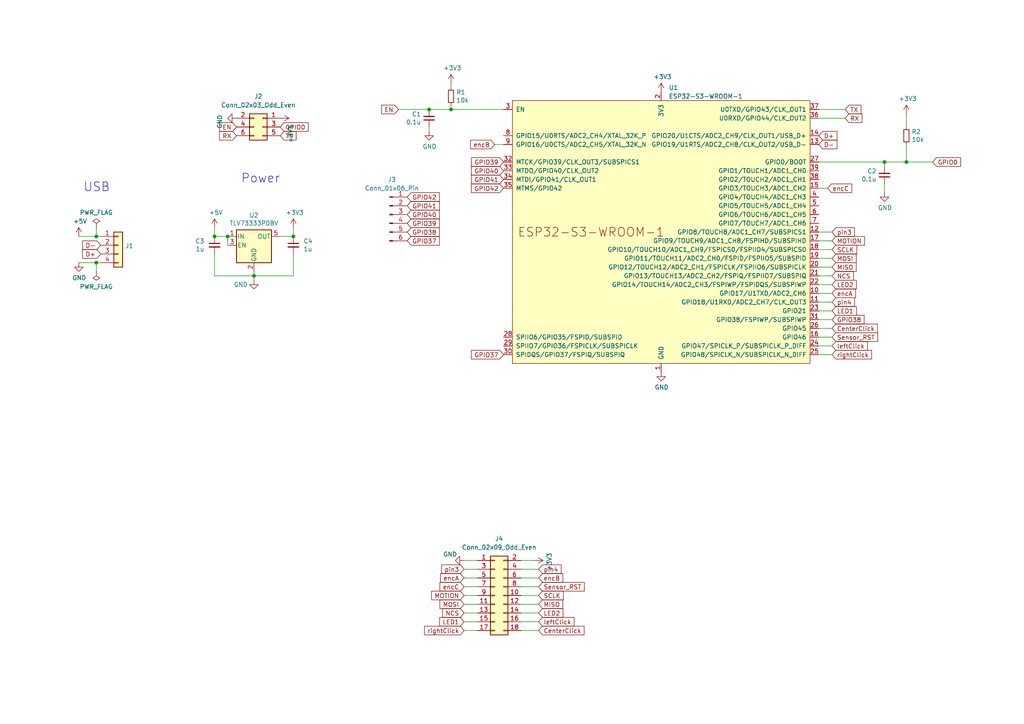
<source format=kicad_sch>
(kicad_sch (version 20231120) (generator "eeschema") (generator_version "8.0")
  (paper "A4")
  (lib_symbols
    (symbol "Connector:Conn_01x06_Pin" (pin_names (offset 1.016) hide)
      (property "Reference" "J" (at 0 7.62 0))
      (property "Value" "Conn_01x06_Pin" (at 0 -10.16 0))
      (symbol "Conn_01x06_Pin_1_1"
        (polyline (pts (xy 1.27 -7.62) (xy 0.8636 -7.62)) (stroke (width 0.1524)))
        (polyline (pts (xy 1.27 -5.08) (xy 0.8636 -5.08)) (stroke (width 0.1524)))
        (polyline (pts (xy 1.27 -2.54) (xy 0.8636 -2.54)) (stroke (width 0.1524)))
        (polyline (pts (xy 1.27 0) (xy 0.8636 0)) (stroke (width 0.1524)))
        (polyline (pts (xy 1.27 2.54) (xy 0.8636 2.54)) (stroke (width 0.1524)))
        (polyline (pts (xy 1.27 5.08) (xy 0.8636 5.08)) (stroke (width 0.1524)))
        (rectangle (start 0.8636 -7.493) (end 0 -7.747) (stroke (width 0.1524)) (fill (type outline)))
        (rectangle (start 0.8636 -4.953) (end 0 -5.207) (stroke (width 0.1524)) (fill (type outline)))
        (rectangle (start 0.8636 -2.413) (end 0 -2.667) (stroke (width 0.1524)) (fill (type outline)))
        (rectangle (start 0.8636 0.127) (end 0 -0.127) (stroke (width 0.1524)) (fill (type outline)))
        (rectangle (start 0.8636 2.667) (end 0 2.413) (stroke (width 0.1524)) (fill (type outline)))
        (rectangle (start 0.8636 5.207) (end 0 4.953) (stroke (width 0.1524)) (fill (type outline)))
        (pin passive line (at 5.08 5.08 180) (length 3.81) (name "Pin_1") (number "1"))
        (pin passive line (at 5.08 2.54 180) (length 3.81) (name "Pin_2") (number "2"))
        (pin passive line (at 5.08 0 180) (length 3.81) (name "Pin_3") (number "3"))
        (pin passive line (at 5.08 -2.54 180) (length 3.81) (name "Pin_4") (number "4"))
        (pin passive line (at 5.08 -5.08 180) (length 3.81) (name "Pin_5") (number "5"))
        (pin passive line (at 5.08 -7.62 180) (length 3.81) (name "Pin_6") (number "6"))
      )
    )
    (symbol "Connector_Generic:Conn_01x04" (pin_names (offset 1.016) hide)
      (property "Reference" "J" (at 0 5.08 0))
      (property "Value" "Conn_01x04" (at 0 -7.62 0))
      (symbol "Conn_01x04_1_1"
        (rectangle (start -1.27 -4.953) (end 0 -5.207) (stroke (width 0.1524)))
        (rectangle (start -1.27 -2.413) (end 0 -2.667) (stroke (width 0.1524)))
        (rectangle (start -1.27 0.127) (end 0 -0.127) (stroke (width 0.1524)))
        (rectangle (start -1.27 2.667) (end 0 2.413) (stroke (width 0.1524)))
        (rectangle (start -1.27 3.81) (end 1.27 -6.35) (stroke (width 0.254)) (fill (type background)))
        (pin passive line (at -5.08 2.54 0) (length 3.81) (name "Pin_1") (number "1"))
        (pin passive line (at -5.08 0 0) (length 3.81) (name "Pin_2") (number "2"))
        (pin passive line (at -5.08 -2.54 0) (length 3.81) (name "Pin_3") (number "3"))
        (pin passive line (at -5.08 -5.08 0) (length 3.81) (name "Pin_4") (number "4"))
      )
    )
    (symbol "Connector_Generic:Conn_02x03_Odd_Even" (pin_names (offset 1.016) hide)
      (property "Reference" "J" (at 1.27 5.08 0))
      (property "Value" "Conn_02x03_Odd_Even" (at 1.27 -5.08 0))
      (symbol "Conn_02x03_Odd_Even_1_1"
        (rectangle (start -1.27 -2.413) (end 0 -2.667) (stroke (width 0.1524)))
        (rectangle (start -1.27 0.127) (end 0 -0.127) (stroke (width 0.1524)))
        (rectangle (start -1.27 2.667) (end 0 2.413) (stroke (width 0.1524)))
        (rectangle (start -1.27 3.81) (end 3.81 -3.81) (stroke (width 0.254)) (fill (type background)))
        (rectangle (start 3.81 -2.413) (end 2.54 -2.667) (stroke (width 0.1524)))
        (rectangle (start 3.81 0.127) (end 2.54 -0.127) (stroke (width 0.1524)))
        (rectangle (start 3.81 2.667) (end 2.54 2.413) (stroke (width 0.1524)))
        (pin passive line (at -5.08 2.54 0) (length 3.81) (name "Pin_1") (number "1"))
        (pin passive line (at 7.62 2.54 180) (length 3.81) (name "Pin_2") (number "2"))
        (pin passive line (at -5.08 0 0) (length 3.81) (name "Pin_3") (number "3"))
        (pin passive line (at 7.62 0 180) (length 3.81) (name "Pin_4") (number "4"))
        (pin passive line (at -5.08 -2.54 0) (length 3.81) (name "Pin_5") (number "5"))
        (pin passive line (at 7.62 -2.54 180) (length 3.81) (name "Pin_6") (number "6"))
      )
    )
    (symbol "Connector_Generic:Conn_02x09_Odd_Even" (pin_names (offset 1.016) hide)
      (property "Reference" "J" (at 1.27 12.7 0))
      (property "Value" "Conn_02x09_Odd_Even" (at 1.27 -12.7 0))
      (symbol "Conn_02x09_Odd_Even_1_1"
        (rectangle (start -1.27 -10.033) (end 0 -10.287) (stroke (width 0.1524)))
        (rectangle (start -1.27 -7.493) (end 0 -7.747) (stroke (width 0.1524)))
        (rectangle (start -1.27 -4.953) (end 0 -5.207) (stroke (width 0.1524)))
        (rectangle (start -1.27 -2.413) (end 0 -2.667) (stroke (width 0.1524)))
        (rectangle (start -1.27 0.127) (end 0 -0.127) (stroke (width 0.1524)))
        (rectangle (start -1.27 2.667) (end 0 2.413) (stroke (width 0.1524)))
        (rectangle (start -1.27 5.207) (end 0 4.953) (stroke (width 0.1524)))
        (rectangle (start -1.27 7.747) (end 0 7.493) (stroke (width 0.1524)))
        (rectangle (start -1.27 10.287) (end 0 10.033) (stroke (width 0.1524)))
        (rectangle (start -1.27 11.43) (end 3.81 -11.43) (stroke (width 0.254)) (fill (type background)))
        (rectangle (start 3.81 -10.033) (end 2.54 -10.287) (stroke (width 0.1524)))
        (rectangle (start 3.81 -7.493) (end 2.54 -7.747) (stroke (width 0.1524)))
        (rectangle (start 3.81 -4.953) (end 2.54 -5.207) (stroke (width 0.1524)))
        (rectangle (start 3.81 -2.413) (end 2.54 -2.667) (stroke (width 0.1524)))
        (rectangle (start 3.81 0.127) (end 2.54 -0.127) (stroke (width 0.1524)))
        (rectangle (start 3.81 2.667) (end 2.54 2.413) (stroke (width 0.1524)))
        (rectangle (start 3.81 5.207) (end 2.54 4.953) (stroke (width 0.1524)))
        (rectangle (start 3.81 7.747) (end 2.54 7.493) (stroke (width 0.1524)))
        (rectangle (start 3.81 10.287) (end 2.54 10.033) (stroke (width 0.1524)))
        (pin passive line (at -5.08 10.16 0) (length 3.81) (name "Pin_1") (number "1"))
        (pin passive line (at 7.62 0 180) (length 3.81) (name "Pin_10") (number "10"))
        (pin passive line (at -5.08 -2.54 0) (length 3.81) (name "Pin_11") (number "11"))
        (pin passive line (at 7.62 -2.54 180) (length 3.81) (name "Pin_12") (number "12"))
        (pin passive line (at -5.08 -5.08 0) (length 3.81) (name "Pin_13") (number "13"))
        (pin passive line (at 7.62 -5.08 180) (length 3.81) (name "Pin_14") (number "14"))
        (pin passive line (at -5.08 -7.62 0) (length 3.81) (name "Pin_15") (number "15"))
        (pin passive line (at 7.62 -7.62 180) (length 3.81) (name "Pin_16") (number "16"))
        (pin passive line (at -5.08 -10.16 0) (length 3.81) (name "Pin_17") (number "17"))
        (pin passive line (at 7.62 -10.16 180) (length 3.81) (name "Pin_18") (number "18"))
        (pin passive line (at 7.62 10.16 180) (length 3.81) (name "Pin_2") (number "2"))
        (pin passive line (at -5.08 7.62 0) (length 3.81) (name "Pin_3") (number "3"))
        (pin passive line (at 7.62 7.62 180) (length 3.81) (name "Pin_4") (number "4"))
        (pin passive line (at -5.08 5.08 0) (length 3.81) (name "Pin_5") (number "5"))
        (pin passive line (at 7.62 5.08 180) (length 3.81) (name "Pin_6") (number "6"))
        (pin passive line (at -5.08 2.54 0) (length 3.81) (name "Pin_7") (number "7"))
        (pin passive line (at 7.62 2.54 180) (length 3.81) (name "Pin_8") (number "8"))
        (pin passive line (at -5.08 0 0) (length 3.81) (name "Pin_9") (number "9"))
      )
    )
    (symbol "Device:C_Small" (pin_numbers hide) (pin_names (offset 0.254) hide)
      (property "Reference" "C" (at 0.254 1.778 0))
      (property "Value" "C_Small" (at 0.254 -2.032 0))
      (symbol "C_Small_0_1"
        (polyline (pts (xy -1.524 -0.508) (xy 1.524 -0.508)) (stroke (width 0.3302)))
        (polyline (pts (xy -1.524 0.508) (xy 1.524 0.508)) (stroke (width 0.3048)))
      )
      (symbol "C_Small_1_1"
        (pin passive line (at 0 2.54 270) (length 2.032) (name "~") (number "1"))
        (pin passive line (at 0 -2.54 90) (length 2.032) (name "~") (number "2"))
      )
    )
    (symbol "Device:R_Small" (pin_numbers hide) (pin_names (offset 0.254) hide)
      (property "Reference" "R" (at 0.762 0.508 0))
      (property "Value" "R_Small" (at 0.762 -1.016 0))
      (symbol "R_Small_0_1"
        (rectangle (start -0.762 1.778) (end 0.762 -1.778) (stroke (width 0.2032)))
      )
      (symbol "R_Small_1_1"
        (pin passive line (at 0 2.54 270) (length 0.762) (name "~") (number "1"))
        (pin passive line (at 0 -2.54 90) (length 0.762) (name "~") (number "2"))
      )
    )
    (symbol "PCM_Espressif:ESP32-S3-WROOM-1" (pin_names (offset 1.016))
      (property "Reference" "U" (at -43.18 43.18 0))
      (property "Value" "ESP32-S3-WROOM-1" (at -43.18 40.64 0))
      (symbol "ESP32-S3-WROOM-1_0_0"
        (text "ESP32-S3-WROOM-1" (at -20.32 0 0) (effects (font (size 2.54 2.54))))
        (pin power_in line (at 0 -40.64 90) (length 2.54) (name "GND") (number "1"))
        (pin bidirectional line (at 45.72 -17.78 180) (length 2.54) (name "GPIO17/U1TXD/ADC2_CH6") (number "10"))
        (pin bidirectional line (at 45.72 -20.32 180) (length 2.54) (name "GPIO18/U1RXD/ADC2_CH7/CLK_OUT3") (number "11"))
        (pin bidirectional line (at 45.72 0 180) (length 2.54) (name "GPIO8/TOUCH8/ADC1_CH7/SUBSPICS1") (number "12"))
        (pin bidirectional line (at 45.72 25.4 180) (length 2.54) (name "GPIO19/U1RTS/ADC2_CH8/CLK_OUT2/USB_D-") (number "13"))
        (pin bidirectional line (at 45.72 27.94 180) (length 2.54) (name "GPIO20/U1CTS/ADC2_CH9/CLK_OUT1/USB_D+") (number "14"))
        (pin bidirectional line (at 45.72 12.7 180) (length 2.54) (name "GPIO3/TOUCH3/ADC1_CH2") (number "15"))
        (pin bidirectional line (at 45.72 -30.48 180) (length 2.54) (name "GPIO46") (number "16"))
        (pin bidirectional line (at 45.72 -2.54 180) (length 2.54) (name "GPIO9/TOUCH9/ADC1_CH8/FSPIHD/SUBSPIHD") (number "17"))
        (pin bidirectional line (at 45.72 -5.08 180) (length 2.54) (name "GPIO10/TOUCH10/ADC1_CH9/FSPICS0/FSPIIO4/SUBSPICS0") (number "18"))
        (pin bidirectional line (at 45.72 -7.62 180) (length 2.54) (name "GPIO11/TOUCH11/ADC2_CH0/FSPID/FSPIIO5/SUBSPID") (number "19"))
        (pin power_in line (at 0 40.64 270) (length 2.54) (name "3V3") (number "2"))
        (pin bidirectional line (at 45.72 -10.16 180) (length 2.54) (name "GPIO12/TOUCH12/ADC2_CH1/FSPICLK/FSPIIO6/SUBSPICLK") (number "20"))
        (pin bidirectional line (at 45.72 -12.7 180) (length 2.54) (name "GPIO13/TOUCH13/ADC2_CH2/FSPIQ/FSPIIO7/SUBSPIQ") (number "21"))
        (pin bidirectional line (at 45.72 -15.24 180) (length 2.54) (name "GPIO14/TOUCH14/ADC2_CH3/FSPIWP/FSPIDQS/SUBSPIWP") (number "22"))
        (pin bidirectional line (at 45.72 -22.86 180) (length 2.54) (name "GPIO21") (number "23"))
        (pin bidirectional line (at 45.72 -33.02 180) (length 2.54) (name "GPIO47/SPICLK_P/SUBSPICLK_P_DIFF") (number "24"))
        (pin bidirectional line (at 45.72 -35.56 180) (length 2.54) (name "GPIO48/SPICLK_N/SUBSPICLK_N_DIFF") (number "25"))
        (pin bidirectional line (at 45.72 -27.94 180) (length 2.54) (name "GPIO45") (number "26"))
        (pin bidirectional line (at 45.72 20.32 180) (length 2.54) (name "GPIO0/BOOT") (number "27"))
        (pin bidirectional line (at -45.72 -30.48 0) (length 2.54) (name "SPIIO6/GPIO35/FSPID/SUBSPID") (number "28"))
        (pin bidirectional line (at -45.72 -33.02 0) (length 2.54) (name "SPIIO7/GPIO36/FSPICLK/SUBSPICLK") (number "29"))
        (pin input line (at -45.72 35.56 0) (length 2.54) (name "EN") (number "3"))
        (pin bidirectional line (at -45.72 -35.56 0) (length 2.54) (name "SPIDQS/GPIO37/FSPIQ/SUBSPIQ") (number "30"))
        (pin bidirectional line (at 45.72 -25.4 180) (length 2.54) (name "GPIO38/FSPIWP/SUBSPIWP") (number "31"))
        (pin bidirectional line (at -45.72 20.32 0) (length 2.54) (name "MTCK/GPIO39/CLK_OUT3/SUBSPICS1") (number "32"))
        (pin bidirectional line (at -45.72 17.78 0) (length 2.54) (name "MTDO/GPIO40/CLK_OUT2") (number "33"))
        (pin bidirectional line (at -45.72 15.24 0) (length 2.54) (name "MTDI/GPIO41/CLK_OUT1") (number "34"))
        (pin bidirectional line (at -45.72 12.7 0) (length 2.54) (name "MTMS/GPIO42") (number "35"))
        (pin bidirectional line (at 45.72 33.02 180) (length 2.54) (name "U0RXD/GPIO44/CLK_OUT2") (number "36"))
        (pin bidirectional line (at 45.72 35.56 180) (length 2.54) (name "U0TXD/GPIO43/CLK_OUT1") (number "37"))
        (pin bidirectional line (at 45.72 15.24 180) (length 2.54) (name "GPIO2/TOUCH2/ADC1_CH1") (number "38"))
        (pin bidirectional line (at 45.72 17.78 180) (length 2.54) (name "GPIO1/TOUCH1/ADC1_CH0") (number "39"))
        (pin bidirectional line (at 45.72 10.16 180) (length 2.54) (name "GPIO4/TOUCH4/ADC1_CH3") (number "4"))
        (pin passive line (at 0 -40.64 90) (length 2.54) hide (name "GND") (number "40"))
        (pin passive line (at 0 -40.64 90) (length 2.54) hide (name "GND") (number "41"))
        (pin bidirectional line (at 45.72 7.62 180) (length 2.54) (name "GPIO5/TOUCH5/ADC1_CH4") (number "5"))
        (pin bidirectional line (at 45.72 5.08 180) (length 2.54) (name "GPIO6/TOUCH6/ADC1_CH5") (number "6"))
        (pin bidirectional line (at 45.72 2.54 180) (length 2.54) (name "GPIO7/TOUCH7/ADC1_CH6") (number "7"))
        (pin bidirectional line (at -45.72 27.94 0) (length 2.54) (name "GPIO15/U0RTS/ADC2_CH4/XTAL_32K_P") (number "8"))
        (pin bidirectional line (at -45.72 25.4 0) (length 2.54) (name "GPIO16/U0CTS/ADC2_CH5/XTAL_32K_N") (number "9"))
      )
      (symbol "ESP32-S3-WROOM-1_0_1"
        (rectangle (start -43.18 38.1) (end 43.18 -38.1) (fill (type background)))
      )
    )
    (symbol "Regulator_Linear:TLV73333PDBV" (pin_names (offset 0.254))
      (property "Reference" "U" (at -3.81 5.715 0))
      (property "Value" "TLV73333PDBV" (at 0 5.715 0))
      (symbol "TLV73333PDBV_0_1"
        (rectangle (start -5.08 4.445) (end 5.08 -5.08) (stroke (width 0.254)) (fill (type background)))
      )
      (symbol "TLV73333PDBV_1_1"
        (pin power_in line (at -7.62 2.54 0) (length 2.54) (name "IN") (number "1"))
        (pin power_in line (at 0 -7.62 90) (length 2.54) (name "GND") (number "2"))
        (pin input line (at -7.62 0 0) (length 2.54) (name "EN") (number "3"))
        (pin no_connect line (at 5.08 0 180) (length 2.54) hide (name "NC") (number "4"))
        (pin power_out line (at 7.62 2.54 180) (length 2.54) (name "OUT") (number "5"))
      )
    )
    (symbol "Trackball-rescue:+3V3-power" (power) (pin_names (offset 0))
      (property "Value" "power_+3V3" (at 0 3.556 0))
      (symbol "+3V3-power_0_1"
        (polyline (pts (xy -0.762 1.27) (xy 0 2.54)))
        (polyline (pts (xy 0 0) (xy 0 2.54)))
        (polyline (pts (xy 0 2.54) (xy 0.762 1.27)))
      )
      (symbol "+3V3-power_1_1"
        (pin power_in line (at 0 0 90) (length 0) hide (name "+3V3") (number "1"))
      )
    )
    (symbol "Trackball-rescue:+5V-power" (power) (pin_names (offset 0))
      (property "Value" "power_+5V" (at 0 3.556 0))
      (symbol "+5V-power_0_1"
        (polyline (pts (xy -0.762 1.27) (xy 0 2.54)))
        (polyline (pts (xy 0 0) (xy 0 2.54)))
        (polyline (pts (xy 0 2.54) (xy 0.762 1.27)))
      )
      (symbol "+5V-power_1_1"
        (pin power_in line (at 0 0 90) (length 0) hide (name "+5V") (number "1"))
      )
    )
    (symbol "Trackball-rescue:GND-power" (power) (pin_names (offset 0))
      (property "Value" "power_GND" (at 0 -3.81 0))
      (symbol "GND-power_0_1"
        (polyline (pts (xy 0 0) (xy 0 -1.27) (xy 1.27 -1.27) (xy 0 -2.54) (xy -1.27 -1.27) (xy 0 -1.27)))
      )
      (symbol "GND-power_1_1"
        (pin power_in line (at 0 0 270) (length 0) hide (name "GND") (number "1"))
      )
    )
    (symbol "Trackball-rescue:PWR_FLAG-power" (power) (pin_numbers hide) (pin_names (offset 0) hide)
      (property "Value" "power_PWR_FLAG" (at 0 3.81 0))
      (symbol "PWR_FLAG-power_0_0"
        (pin power_out line (at 0 0 90) (length 0) (name "pwr") (number "1"))
      )
      (symbol "PWR_FLAG-power_0_1"
        (polyline (pts (xy 0 0) (xy 0 1.27) (xy -1.016 1.905) (xy 0 2.54) (xy 1.016 1.905) (xy 0 1.27)))
      )
    )
  )
  (junction (at 73.66 80.01))
  (junction (at 27.94 68.58))
  (junction (at 27.94 76.2))
  (junction (at 262.89 46.99))
  (junction (at 124.46 31.75))
  (junction (at 66.04 68.58))
  (junction (at 62.23 68.58))
  (junction (at 130.81 31.75))
  (junction (at 85.09 68.58))
  (junction (at 256.54 46.99))
  (wire (pts (xy 130.81 31.75) (xy 130.81 30.48)))
  (wire (pts (xy 85.09 80.01) (xy 73.66 80.01)))
  (wire (pts (xy 130.81 31.75) (xy 146.05 31.75)))
  (wire (pts (xy 256.54 55.88) (xy 256.54 53.34)))
  (wire (pts (xy 156.21 180.34) (xy 151.13 180.34)))
  (wire (pts (xy 245.11 31.75) (xy 237.49 31.75)))
  (wire (pts (xy 241.3 85.09) (xy 237.49 85.09)))
  (wire (pts (xy 85.09 66.04) (xy 85.09 68.58)))
  (wire (pts (xy 134.62 172.72) (xy 138.43 172.72)))
  (wire (pts (xy 27.94 68.58) (xy 29.21 68.58)))
  (wire (pts (xy 256.54 46.99) (xy 262.89 46.99)))
  (wire (pts (xy 134.62 162.56) (xy 138.43 162.56)))
  (wire (pts (xy 241.3 102.87) (xy 237.49 102.87)))
  (wire (pts (xy 241.3 69.85) (xy 237.49 69.85)))
  (wire (pts (xy 27.94 78.74) (xy 27.94 76.2)))
  (wire (pts (xy 124.46 31.75) (xy 130.81 31.75)))
  (wire (pts (xy 62.23 66.04) (xy 62.23 68.58)))
  (wire (pts (xy 241.3 72.39) (xy 237.49 72.39)))
  (wire (pts (xy 134.62 182.88) (xy 138.43 182.88)))
  (wire (pts (xy 241.3 95.25) (xy 237.49 95.25)))
  (wire (pts (xy 134.62 175.26) (xy 138.43 175.26)))
  (wire (pts (xy 241.3 87.63) (xy 237.49 87.63)))
  (wire (pts (xy 241.3 97.79) (xy 237.49 97.79)))
  (wire (pts (xy 241.3 80.01) (xy 237.49 80.01)))
  (wire (pts (xy 237.49 46.99) (xy 256.54 46.99)))
  (wire (pts (xy 241.3 90.17) (xy 237.49 90.17)))
  (wire (pts (xy 156.21 165.1) (xy 151.13 165.1)))
  (wire (pts (xy 240.03 54.61) (xy 237.49 54.61)))
  (wire (pts (xy 73.66 78.74) (xy 73.66 80.01)))
  (wire (pts (xy 270.51 46.99) (xy 262.89 46.99)))
  (wire (pts (xy 156.21 167.64) (xy 151.13 167.64)))
  (wire (pts (xy 27.94 76.2) (xy 29.21 76.2)))
  (wire (pts (xy 62.23 68.58) (xy 66.04 68.58)))
  (wire (pts (xy 130.81 24.13) (xy 130.81 25.4)))
  (wire (pts (xy 66.04 71.12) (xy 66.04 68.58)))
  (wire (pts (xy 262.89 46.99) (xy 262.89 41.91)))
  (wire (pts (xy 241.3 92.71) (xy 237.49 92.71)))
  (wire (pts (xy 62.23 73.66) (xy 62.23 80.01)))
  (wire (pts (xy 262.89 33.02) (xy 262.89 36.83)))
  (wire (pts (xy 134.62 177.8) (xy 138.43 177.8)))
  (wire (pts (xy 241.3 77.47) (xy 237.49 77.47)))
  (wire (pts (xy 134.62 165.1) (xy 138.43 165.1)))
  (wire (pts (xy 124.46 38.1) (xy 124.46 36.83)))
  (wire (pts (xy 81.28 68.58) (xy 85.09 68.58)))
  (wire (pts (xy 22.86 76.2) (xy 27.94 76.2)))
  (wire (pts (xy 241.3 100.33) (xy 237.49 100.33)))
  (wire (pts (xy 237.49 34.29) (xy 245.11 34.29)))
  (wire (pts (xy 22.86 68.58) (xy 27.94 68.58)))
  (wire (pts (xy 27.94 66.04) (xy 27.94 68.58)))
  (wire (pts (xy 143.51 41.91) (xy 146.05 41.91)))
  (wire (pts (xy 85.09 73.66) (xy 85.09 80.01)))
  (wire (pts (xy 73.66 80.01) (xy 73.66 81.28)))
  (wire (pts (xy 241.3 67.31) (xy 237.49 67.31)))
  (wire (pts (xy 115.57 31.75) (xy 124.46 31.75)))
  (wire (pts (xy 156.21 170.18) (xy 151.13 170.18)))
  (wire (pts (xy 62.23 80.01) (xy 73.66 80.01)))
  (wire (pts (xy 241.3 82.55) (xy 237.49 82.55)))
  (wire (pts (xy 156.21 182.88) (xy 151.13 182.88)))
  (wire (pts (xy 134.62 180.34) (xy 138.43 180.34)))
  (wire (pts (xy 134.62 167.64) (xy 138.43 167.64)))
  (wire (pts (xy 241.3 74.93) (xy 237.49 74.93)))
  (wire (pts (xy 256.54 48.26) (xy 256.54 46.99)))
  (wire (pts (xy 154.94 162.56) (xy 151.13 162.56)))
  (wire (pts (xy 156.21 177.8) (xy 151.13 177.8)))
  (wire (pts (xy 156.21 172.72) (xy 151.13 172.72)))
  (wire (pts (xy 134.62 170.18) (xy 138.43 170.18)))
  (wire (pts (xy 156.21 175.26) (xy 151.13 175.26)))
  (text "Power" (at 69.85 53.34 0) (effects (font (size 2.54 2.54)) (justify left bottom)))
  (text "USB" (at 24.13 55.88 0) (effects (font (size 2.54 2.54)) (justify left bottom)))
  (global_label "GPIO42" (shape input) (at 118.11 57.15 0) (property "Intersheetrefs" "${INTERSHEET_REFS}" (effects (hide yes))))
  (global_label "SCLK" (shape input) (at 156.21 172.72 0) (property "Intersheetrefs" "${INTERSHEET_REFS}" (effects (hide yes))))
  (global_label "D-" (shape input) (at 237.49 41.91 0) (property "Intersheetrefs" "${INTERSHEET_REFS}" (effects (hide yes))))
  (global_label "MISO" (shape input) (at 156.21 175.26 0) (property "Intersheetrefs" "${INTERSHEET_REFS}" (effects (hide yes))))
  (global_label "GPIO0" (shape input) (at 81.28 36.83 0) (property "Intersheetrefs" "${INTERSHEET_REFS}" (effects (hide yes))))
  (global_label "encC" (shape input) (at 134.62 170.18 180) (property "Intersheetrefs" "${INTERSHEET_REFS}" (effects (hide yes))))
  (global_label "D-" (shape input) (at 29.21 71.12 180) (property "Intersheetrefs" "${INTERSHEET_REFS}" (effects (hide yes))))
  (global_label "RX" (shape input) (at 245.11 34.29 0) (property "Intersheetrefs" "${INTERSHEET_REFS}" (effects (hide yes))))
  (global_label "LED2" (shape input) (at 156.21 177.8 0) (property "Intersheetrefs" "${INTERSHEET_REFS}" (effects (hide yes))))
  (global_label "GPIO38" (shape input) (at 241.3 92.71 0) (property "Intersheetrefs" "${INTERSHEET_REFS}" (effects (hide yes))))
  (global_label "D+" (shape input) (at 237.49 39.37 0) (property "Intersheetrefs" "${INTERSHEET_REFS}" (effects (hide yes))))
  (global_label "D+" (shape input) (at 29.21 73.66 180) (property "Intersheetrefs" "${INTERSHEET_REFS}" (effects (hide yes))))
  (global_label "MISO" (shape input) (at 241.3 77.47 0) (property "Intersheetrefs" "${INTERSHEET_REFS}" (effects (hide yes))))
  (global_label "LED2" (shape input) (at 241.3 82.55 0) (property "Intersheetrefs" "${INTERSHEET_REFS}" (effects (hide yes))))
  (global_label "MOSI" (shape input) (at 241.3 74.93 0) (property "Intersheetrefs" "${INTERSHEET_REFS}" (effects (hide yes))))
  (global_label "MOTION" (shape input) (at 134.62 172.72 180) (property "Intersheetrefs" "${INTERSHEET_REFS}" (effects (hide yes))))
  (global_label "LED1" (shape input) (at 241.3 90.17 0) (property "Intersheetrefs" "${INTERSHEET_REFS}" (effects (hide yes))))
  (global_label "GPIO41" (shape input) (at 146.05 52.07 180) (property "Intersheetrefs" "${INTERSHEET_REFS}" (effects (hide yes))))
  (global_label "GPIO39" (shape input) (at 146.05 46.99 180) (property "Intersheetrefs" "${INTERSHEET_REFS}" (effects (hide yes))))
  (global_label "GPIO40" (shape input) (at 118.11 62.23 0) (property "Intersheetrefs" "${INTERSHEET_REFS}" (effects (hide yes))))
  (global_label "NCS" (shape input) (at 241.3 80.01 0) (property "Intersheetrefs" "${INTERSHEET_REFS}" (effects (hide yes))))
  (global_label "MOSI" (shape input) (at 134.62 175.26 180) (property "Intersheetrefs" "${INTERSHEET_REFS}" (effects (hide yes))))
  (global_label "leftClick" (shape input) (at 241.3 100.33 0) (property "Intersheetrefs" "${INTERSHEET_REFS}" (effects (hide yes))))
  (global_label "RX" (shape input) (at 68.58 39.37 180) (property "Intersheetrefs" "${INTERSHEET_REFS}" (effects (hide yes))))
  (global_label "CenterClick" (shape input) (at 156.21 182.88 0) (property "Intersheetrefs" "${INTERSHEET_REFS}" (effects (hide yes))))
  (global_label "encA" (shape input) (at 241.3 85.09 0) (property "Intersheetrefs" "${INTERSHEET_REFS}" (effects (hide yes))))
  (global_label "SCLK" (shape input) (at 241.3 72.39 0) (property "Intersheetrefs" "${INTERSHEET_REFS}" (effects (hide yes))))
  (global_label "encA" (shape input) (at 134.62 167.64 180) (property "Intersheetrefs" "${INTERSHEET_REFS}" (effects (hide yes))))
  (global_label "rightClick" (shape input) (at 241.3 102.87 0) (property "Intersheetrefs" "${INTERSHEET_REFS}" (effects (hide yes))))
  (global_label "pin4" (shape input) (at 241.3 87.63 0) (property "Intersheetrefs" "${INTERSHEET_REFS}" (effects (hide yes))))
  (global_label "leftClick" (shape input) (at 156.21 180.34 0) (property "Intersheetrefs" "${INTERSHEET_REFS}" (effects (hide yes))))
  (global_label "EN" (shape input) (at 115.57 31.75 180) (property "Intersheetrefs" "${INTERSHEET_REFS}" (effects (hide yes))))
  (global_label "encB" (shape input) (at 156.21 167.64 0) (property "Intersheetrefs" "${INTERSHEET_REFS}" (effects (hide yes))))
  (global_label "EN" (shape input) (at 68.58 36.83 180) (property "Intersheetrefs" "${INTERSHEET_REFS}" (effects (hide yes))))
  (global_label "TX" (shape input) (at 81.28 39.37 0) (property "Intersheetrefs" "${INTERSHEET_REFS}" (effects (hide yes))))
  (global_label "encC" (shape input) (at 240.03 54.61 0) (property "Intersheetrefs" "${INTERSHEET_REFS}" (effects (hide yes))))
  (global_label "encB" (shape input) (at 143.51 41.91 180) (property "Intersheetrefs" "${INTERSHEET_REFS}" (effects (hide yes))))
  (global_label "Sensor_RST" (shape input) (at 156.21 170.18 0) (property "Intersheetrefs" "${INTERSHEET_REFS}" (effects (hide yes))))
  (global_label "GPIO38" (shape input) (at 118.11 67.31 0) (property "Intersheetrefs" "${INTERSHEET_REFS}" (effects (hide yes))))
  (global_label "MOTION" (shape input) (at 241.3 69.85 0) (property "Intersheetrefs" "${INTERSHEET_REFS}" (effects (hide yes))))
  (global_label "GPIO41" (shape input) (at 118.11 59.69 0) (property "Intersheetrefs" "${INTERSHEET_REFS}" (effects (hide yes))))
  (global_label "pin3" (shape input) (at 134.62 165.1 180) (property "Intersheetrefs" "${INTERSHEET_REFS}" (effects (hide yes))))
  (global_label "GPIO37" (shape input) (at 146.05 102.87 180) (property "Intersheetrefs" "${INTERSHEET_REFS}" (effects (hide yes))))
  (global_label "LED1" (shape input) (at 134.62 180.34 180) (property "Intersheetrefs" "${INTERSHEET_REFS}" (effects (hide yes))))
  (global_label "pin4" (shape input) (at 156.21 165.1 0) (property "Intersheetrefs" "${INTERSHEET_REFS}" (effects (hide yes))))
  (global_label "TX" (shape input) (at 245.11 31.75 0) (property "Intersheetrefs" "${INTERSHEET_REFS}" (effects (hide yes))))
  (global_label "GPIO39" (shape input) (at 118.11 64.77 0) (property "Intersheetrefs" "${INTERSHEET_REFS}" (effects (hide yes))))
  (global_label "NCS" (shape input) (at 134.62 177.8 180) (property "Intersheetrefs" "${INTERSHEET_REFS}" (effects (hide yes))))
  (global_label "GPIO42" (shape input) (at 146.05 54.61 180) (property "Intersheetrefs" "${INTERSHEET_REFS}" (effects (hide yes))))
  (global_label "CenterClick" (shape input) (at 241.3 95.25 0) (property "Intersheetrefs" "${INTERSHEET_REFS}" (effects (hide yes))))
  (global_label "GPIO40" (shape input) (at 146.05 49.53 180) (property "Intersheetrefs" "${INTERSHEET_REFS}" (effects (hide yes))))
  (global_label "Sensor_RST" (shape input) (at 241.3 97.79 0) (property "Intersheetrefs" "${INTERSHEET_REFS}" (effects (hide yes))))
  (global_label "GPIO37" (shape input) (at 118.11 69.85 0) (property "Intersheetrefs" "${INTERSHEET_REFS}" (effects (hide yes))))
  (global_label "GPIO0" (shape input) (at 270.51 46.99 0) (property "Intersheetrefs" "${INTERSHEET_REFS}" (effects (hide yes))))
  (global_label "rightClick" (shape input) (at 134.62 182.88 180) (property "Intersheetrefs" "${INTERSHEET_REFS}" (effects (hide yes))))
  (global_label "pin3" (shape input) (at 241.3 67.31 0) (property "Intersheetrefs" "${INTERSHEET_REFS}" (effects (hide yes))))
  (symbol (lib_id "Trackball-rescue:+3V3-power") (at 154.94 162.56 270) (unit 1)
    (property "Reference" "#PWR021" (effects (hide yes)))
    (property "Value" "+3V3" (at 159.3342 162.941 0))
  )
  (symbol (lib_id "Trackball-rescue:+3V3-power") (at 262.89 33.02 0) (unit 1)
    (property "Reference" "#PWR08" (effects (hide yes)))
    (property "Value" "+3V3" (at 263.271 28.6258 0))
  )
  (symbol (lib_id "Connector:Conn_01x06_Pin") (at 113.03 62.23 0) (unit 1)
    (property "Reference" "J3" (at 113.665 52.07 0))
    (property "Value" "Conn_01x06_Pin" (at 113.665 54.61 0))
    (property "Footprint" "Connector_PinHeader_2.00mm:PinHeader_1x06_P2.00mm_Vertical" (effects (hide yes)))
    (property "Description" "Generic connector, single row, 01x06, script generated" (effects (hide yes)))
  )
  (symbol (lib_id "Trackball-rescue:GND-power") (at 22.86 76.2 0) (unit 1)
    (property "Reference" "#PWR010" (effects (hide yes)))
    (property "Value" "GND" (at 22.987 80.5942 0))
  )
  (symbol (lib_id "Connector_Generic:Conn_01x04") (at 34.29 71.12 0) (unit 1)
    (property "Reference" "J1" (at 36.322 71.3232 0) (effects (justify left)))
    (property "Value" "Conn_01x04" (effects (hide yes)))
    (property "Footprint" "Connector_PinHeader_2.54mm:PinHeader_1x04_P2.54mm_Vertical" (effects (hide yes)))
  )
  (symbol (lib_id "Trackball-rescue:GND-power") (at 73.66 81.28 0) (unit 1)
    (property "Reference" "#PWR012" (effects (hide yes)))
    (property "Value" "GND" (at 69.85 82.55 0))
  )
  (symbol (lib_id "Trackball-rescue:+3V3-power") (at 81.28 34.29 270) (unit 1)
    (property "Reference" "#PWR018" (effects (hide yes)))
    (property "Value" "+3V3" (at 84.328 38.862 0))
  )
  (symbol (lib_id "Device:C_Small") (at 85.09 71.12 0) (unit 1)
    (property "Reference" "C4" (at 88.011 69.9516 0) (effects (justify left)))
    (property "Value" "1u" (at 88.011 72.263 0) (effects (justify left)))
    (property "Footprint" "Capacitor_SMD:C_0805_2012Metric" (effects (hide yes)))
    (property "LCSC" "C52923" (effects (hide yes)))
  )
  (symbol (lib_id "Device:C_Small") (at 124.46 34.29 0) (mirror x) (unit 1)
    (property "Reference" "C1" (at 122.1486 33.1216 0) (effects (justify right)))
    (property "Value" "0.1u" (at 122.1486 35.433 0) (effects (justify right)))
    (property "Footprint" "Capacitor_SMD:C_0805_2012Metric" (effects (hide yes)))
    (property "LCSC" "C14663" (effects (hide yes)))
  )
  (symbol (lib_id "Trackball-rescue:PWR_FLAG-power") (at 27.94 66.04 0) (unit 1)
    (property "Reference" "#FLG01" (effects (hide yes)))
    (property "Value" "PWR_FLAG" (at 27.94 61.6458 0))
  )
  (symbol (lib_id "Trackball-rescue:GND-power") (at 191.77 107.95 0) (unit 1)
    (property "Reference" "#PWR05" (effects (hide yes)))
    (property "Value" "GND" (at 191.897 112.3442 0))
  )
  (symbol (lib_id "Trackball-rescue:+5V-power") (at 22.86 68.58 0) (unit 1)
    (property "Reference" "#PWR09" (effects (hide yes)))
    (property "Value" "+5V" (at 23.241 64.1858 0))
  )
  (symbol (lib_id "Trackball-rescue:+3V3-power") (at 191.77 26.67 0) (unit 1)
    (property "Reference" "#PWR04" (effects (hide yes)))
    (property "Value" "+3V3" (at 192.151 22.2758 0))
  )
  (symbol (lib_id "Device:R_Small") (at 262.89 39.37 0) (unit 1)
    (property "Reference" "R2" (at 264.3886 38.2016 0) (effects (justify left)))
    (property "Value" "10k" (at 264.3886 40.513 0) (effects (justify left)))
    (property "Footprint" "Resistor_SMD:R_0805_2012Metric" (effects (hide yes)))
    (property "LCSC" "C25744" (effects (hide yes)))
  )
  (symbol (lib_id "Trackball-rescue:GND-power") (at 134.62 162.56 270) (unit 1)
    (property "Reference" "#PWR016" (effects (hide yes)))
    (property "Value" "GND" (at 132.588 160.782 90) (effects (justify right)))
  )
  (symbol (lib_id "Trackball-rescue:PWR_FLAG-power") (at 27.94 78.74 180) (unit 1)
    (property "Reference" "#FLG02" (effects (hide yes)))
    (property "Value" "PWR_FLAG" (at 27.94 83.1342 0))
  )
  (symbol (lib_id "Device:C_Small") (at 256.54 50.8 0) (mirror x) (unit 1)
    (property "Reference" "C2" (at 254.2286 49.6316 0) (effects (justify right)))
    (property "Value" "0.1u" (at 254.2286 51.943 0) (effects (justify right)))
    (property "Footprint" "Capacitor_SMD:C_0805_2012Metric" (effects (hide yes)))
    (property "LCSC" "C14663" (effects (hide yes)))
  )
  (symbol (lib_id "Connector_Generic:Conn_02x03_Odd_Even") (at 76.2 36.83 0) (mirror y) (unit 1)
    (property "Reference" "J2" (at 74.93 27.94 0))
    (property "Value" "Conn_02x03_Odd_Even" (at 74.93 30.48 0))
    (property "Footprint" "Connector_Harwin:Harwin_Gecko-G125-FVX0605L0X_2x03_P1.25mm_Vertical" (effects (hide yes)))
    (property "Description" "Generic connector, double row, 02x03, odd/even pin numbering scheme (row 1 odd numbers, row 2 even numbers), script generated (kicad-library-utils/schlib/autogen/connector/)" (effects (hide yes)))
  )
  (symbol (lib_id "Connector_Generic:Conn_02x09_Odd_Even") (at 143.51 172.72 0) (unit 1)
    (property "Reference" "J4" (at 144.78 156.21 0))
    (property "Value" "Conn_02x09_Odd_Even" (at 144.78 158.75 0))
    (property "Footprint" "Connector_PinHeader_2.54mm:PinHeader_2x09_P2.54mm_Vertical" (effects (hide yes)))
    (property "Description" "Generic connector, double row, 02x09, odd/even pin numbering scheme (row 1 odd numbers, row 2 even numbers), script generated (kicad-library-utils/schlib/autogen/connector/)" (effects (hide yes)))
  )
  (symbol (lib_id "Trackball-rescue:+3V3-power") (at 130.81 24.13 0) (unit 1)
    (property "Reference" "#PWR03" (effects (hide yes)))
    (property "Value" "+3V3" (at 131.191 19.7358 0))
  )
  (symbol (lib_id "Device:R_Small") (at 130.81 27.94 0) (unit 1)
    (property "Reference" "R1" (at 132.3086 26.7716 0) (effects (justify left)))
    (property "Value" "10k" (at 132.3086 29.083 0) (effects (justify left)))
    (property "Footprint" "Resistor_SMD:R_0805_2012Metric" (effects (hide yes)))
    (property "LCSC" "C25744" (effects (hide yes)))
  )
  (symbol (lib_id "Trackball-rescue:GND-power") (at 256.54 55.88 0) (unit 1)
    (property "Reference" "#PWR07" (effects (hide yes)))
    (property "Value" "GND" (at 256.667 60.2742 0))
  )
  (symbol (lib_id "PCM_Espressif:ESP32-S3-WROOM-1") (at 191.77 67.31 0) (unit 1)
    (property "Reference" "U1" (at 193.9641 25.4 0) (effects (justify left)))
    (property "Value" "ESP32-S3-WROOM-1" (at 193.9641 27.94 0) (effects (justify left)))
    (property "Footprint" "PCM_Espressif:ESP32-S3-WROOM-1" (effects (hide yes)))
    (property "Datasheet" "https://www.espressif.com/sites/default/files/documentation/esp32-s3-wroom-1_wroom-1u_datasheet_en.pdf" (effects (hide yes)))
    (property "Description" "2.4 GHz WiFi (802.11 b/g/n) and Bluetooth ® 5 (LE) module Built around ESP32S3 series of SoCs, Xtensa ® dualcore 32bit LX7 microprocessor Flash up to 16 MB, PSRAM up to 8 MB 36 GPIOs, rich set of peripherals Onboard PCB antenna" (effects (hide yes)))
  )
  (symbol (lib_id "Trackball-rescue:GND-power") (at 68.58 34.29 270) (unit 1)
    (property "Reference" "#PWR017" (effects (hide yes)))
    (property "Value" "GND" (at 63.754 35.306 0))
  )
  (symbol (lib_id "Trackball-rescue:+5V-power") (at 62.23 66.04 0) (unit 1)
    (property "Reference" "#PWR011" (effects (hide yes)))
    (property "Value" "+5V" (at 62.611 61.6458 0))
  )
  (symbol (lib_id "Regulator_Linear:TLV73333PDBV") (at 73.66 71.12 0) (unit 1)
    (property "Reference" "U2" (at 73.66 62.4332 0))
    (property "Value" "TLV73333PDBV" (at 73.66 64.7446 0))
    (property "Footprint" "Package_TO_SOT_SMD:SOT-23-5" (effects (hide yes)))
    (property "Datasheet" "http://www.ti.com/lit/ds/symlink/tlv733p.pdf" (effects (hide yes)))
    (property "LCSC" "C134139" (effects (hide yes)))
  )
  (symbol (lib_id "Trackball-rescue:GND-power") (at 124.46 38.1 0) (unit 1)
    (property "Reference" "#PWR02" (effects (hide yes)))
    (property "Value" "GND" (at 124.587 42.4942 0))
  )
  (symbol (lib_id "Trackball-rescue:+3V3-power") (at 85.09 66.04 0) (unit 1)
    (property "Reference" "#PWR013" (effects (hide yes)))
    (property "Value" "+3V3" (at 85.471 61.6458 0))
  )
  (symbol (lib_id "Device:C_Small") (at 62.23 71.12 0) (mirror y) (unit 1)
    (property "Reference" "C3" (at 59.309 69.9516 0) (effects (justify left)))
    (property "Value" "1u" (at 59.309 72.263 0) (effects (justify left)))
    (property "Footprint" "Capacitor_SMD:C_0805_2012Metric" (effects (hide yes)))
    (property "LCSC" "C52923" (effects (hide yes)))
  )
)
</source>
